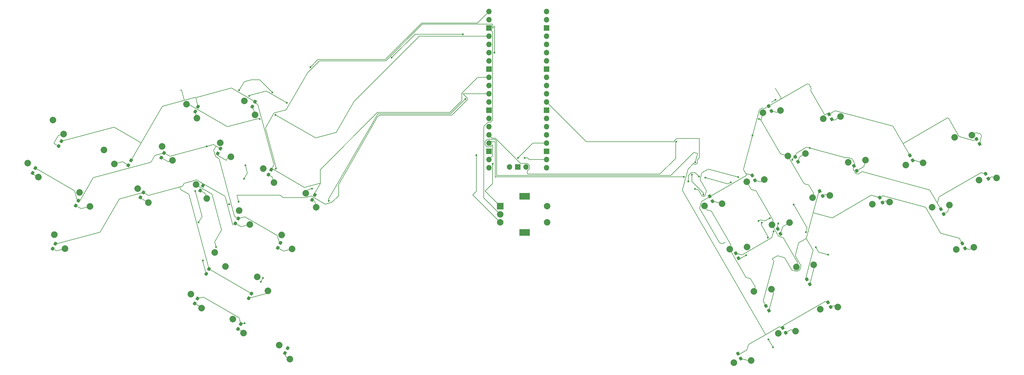
<source format=gbr>
%TF.GenerationSoftware,KiCad,Pcbnew,8.0.8*%
%TF.CreationDate,2025-03-16T10:34:52+05:30*%
%TF.ProjectId,keyboard,6b657962-6f61-4726-942e-6b696361645f,rev?*%
%TF.SameCoordinates,Original*%
%TF.FileFunction,Copper,L2,Bot*%
%TF.FilePolarity,Positive*%
%FSLAX46Y46*%
G04 Gerber Fmt 4.6, Leading zero omitted, Abs format (unit mm)*
G04 Created by KiCad (PCBNEW 8.0.8) date 2025-03-16 10:34:52*
%MOMM*%
%LPD*%
G01*
G04 APERTURE LIST*
G04 Aperture macros list*
%AMRoundRect*
0 Rectangle with rounded corners*
0 $1 Rounding radius*
0 $2 $3 $4 $5 $6 $7 $8 $9 X,Y pos of 4 corners*
0 Add a 4 corners polygon primitive as box body*
4,1,4,$2,$3,$4,$5,$6,$7,$8,$9,$2,$3,0*
0 Add four circle primitives for the rounded corners*
1,1,$1+$1,$2,$3*
1,1,$1+$1,$4,$5*
1,1,$1+$1,$6,$7*
1,1,$1+$1,$8,$9*
0 Add four rect primitives between the rounded corners*
20,1,$1+$1,$2,$3,$4,$5,0*
20,1,$1+$1,$4,$5,$6,$7,0*
20,1,$1+$1,$6,$7,$8,$9,0*
20,1,$1+$1,$8,$9,$2,$3,0*%
G04 Aperture macros list end*
%TA.AperFunction,ComponentPad*%
%ADD10C,2.032000*%
%TD*%
%TA.AperFunction,ComponentPad*%
%ADD11R,2.000000X2.000000*%
%TD*%
%TA.AperFunction,ComponentPad*%
%ADD12C,2.000000*%
%TD*%
%TA.AperFunction,ComponentPad*%
%ADD13R,3.200000X2.000000*%
%TD*%
%TA.AperFunction,ComponentPad*%
%ADD14O,1.700000X1.700000*%
%TD*%
%TA.AperFunction,ComponentPad*%
%ADD15R,1.700000X1.700000*%
%TD*%
%TA.AperFunction,SMDPad,CuDef*%
%ADD16RoundRect,0.237500X-0.061931X0.367732X-0.349431X-0.130232X0.061931X-0.367732X0.349431X0.130232X0*%
%TD*%
%TA.AperFunction,SMDPad,CuDef*%
%ADD17RoundRect,0.237500X-0.349431X0.130232X-0.061931X-0.367732X0.349431X-0.130232X0.061931X0.367732X0*%
%TD*%
%TA.AperFunction,ViaPad*%
%ADD18C,0.600000*%
%TD*%
%TA.AperFunction,Conductor*%
%ADD19C,0.200000*%
%TD*%
G04 APERTURE END LIST*
D10*
%TO.P,SW22,1,1*%
%TO.N,Net-(D22-A)*%
X268012036Y-65334083D03*
%TO.P,SW22,2,2*%
%TO.N,COL9*%
X262631909Y-66015430D03*
%TD*%
D11*
%TO.P,SW42,A,A*%
%TO.N,A*%
X181500000Y-94900000D03*
D12*
%TO.P,SW42,B,B*%
%TO.N,B*%
X181500000Y-99900000D03*
%TO.P,SW42,C,C*%
%TO.N,C*%
X181500000Y-97400000D03*
D13*
%TO.P,SW42,MP*%
%TO.N,N/C*%
X189000000Y-91800000D03*
X189000000Y-103000000D03*
D12*
%TO.P,SW42,S1*%
X196000000Y-99900000D03*
%TO.P,SW42,S2*%
X196000000Y-94900000D03*
%TD*%
D10*
%TO.P,SW14,1,1*%
%TO.N,Net-(D14-A)*%
X96668437Y-113513854D03*
%TO.P,SW14,2,2*%
%TO.N,COL5*%
X93388310Y-109195201D03*
%TD*%
%TO.P,SW18,1,1*%
%TO.N,Net-(D18-A)*%
X265223534Y-120504252D03*
%TO.P,SW18,2,2*%
%TO.N,COL7*%
X259843407Y-121185599D03*
%TD*%
%TO.P,SW32,1,1*%
%TO.N,Net-(D57-A)*%
X89268439Y-126331029D03*
%TO.P,SW32,2,2*%
%TO.N,COL2*%
X85988312Y-122012376D03*
%TD*%
%TO.P,SW15,1,1*%
%TO.N,Net-(D15-A)*%
X109766436Y-121075989D03*
%TO.P,SW15,2,2*%
%TO.N,COL6*%
X106486309Y-116757336D03*
%TD*%
%TO.P,SW29,1,1*%
%TO.N,Net-(D54-A)*%
X320185737Y-94545311D03*
%TO.P,SW29,2,2*%
%TO.N,COL11*%
X314805610Y-95226658D03*
%TD*%
%TO.P,SW27,1,1*%
%TO.N,Net-(D52-A)*%
X301762345Y-93635059D03*
%TO.P,SW27,2,2*%
%TO.N,COL10*%
X296382218Y-94316406D03*
%TD*%
%TO.P,SW11,1,1*%
%TO.N,Net-(D11-A)*%
X47099738Y-107989363D03*
%TO.P,SW11,2,2*%
%TO.N,COL2*%
X43819611Y-103670710D03*
%TD*%
%TO.P,SW20,1,1*%
%TO.N,Net-(D20-A)*%
X270781581Y-99974804D03*
%TO.P,SW20,2,2*%
%TO.N,COL8*%
X265401454Y-100656151D03*
%TD*%
%TO.P,SW30,1,1*%
%TO.N,Net-(D55-A)*%
X327685738Y-107535696D03*
%TO.P,SW30,2,2*%
%TO.N,COL11*%
X322305611Y-108217043D03*
%TD*%
%TO.P,SW12,1,1*%
%TO.N,Net-(D12-A)*%
X72854667Y-93760525D03*
%TO.P,SW12,2,2*%
%TO.N,COL3*%
X69574540Y-89441872D03*
%TD*%
%TO.P,SW25,1,1*%
%TO.N,Net-(D25-A)*%
X286581526Y-67222315D03*
%TO.P,SW25,2,2*%
%TO.N,COL10*%
X281201399Y-67903662D03*
%TD*%
%TO.P,SW21,1,1*%
%TO.N,Net-(D21-A)*%
X278281581Y-112965184D03*
%TO.P,SW21,2,2*%
%TO.N,COL8*%
X272901454Y-113646531D03*
%TD*%
%TO.P,SW7,1,1*%
%TO.N,Net-(D7-A)*%
X80354668Y-80770143D03*
%TO.P,SW7,2,2*%
%TO.N,COL3*%
X77074541Y-76451490D03*
%TD*%
%TO.P,SW24,1,1*%
%TO.N,Net-(D24-A)*%
X283271962Y-91608778D03*
%TO.P,SW24,2,2*%
%TO.N,COL9*%
X277891835Y-92290125D03*
%TD*%
%TO.P,SW13,1,1*%
%TO.N,Net-(D13-A)*%
X90895048Y-92513669D03*
%TO.P,SW13,2,2*%
%TO.N,COL4*%
X87614921Y-88195016D03*
%TD*%
%TO.P,SW9,1,1*%
%TO.N,Net-(D9-A)*%
X104168439Y-100523477D03*
%TO.P,SW9,2,2*%
%TO.N,COL5*%
X100888312Y-96204824D03*
%TD*%
D14*
%TO.P,U1,1,GPIO0*%
%TO.N,COL1*%
X178000000Y-34760000D03*
%TO.P,U1,2,GPIO1*%
%TO.N,COL2*%
X178000000Y-37300000D03*
D15*
%TO.P,U1,3,GND*%
%TO.N,C*%
X178000000Y-39840000D03*
D14*
%TO.P,U1,4,GPIO2*%
%TO.N,COL3*%
X178000000Y-42380000D03*
%TO.P,U1,5,GPIO3*%
%TO.N,COL4*%
X178000000Y-44920000D03*
%TO.P,U1,6,GPIO4*%
%TO.N,COL5*%
X178000000Y-47460000D03*
%TO.P,U1,7,GPIO5*%
%TO.N,COL6*%
X178000000Y-50000000D03*
D15*
%TO.P,U1,8,GND*%
%TO.N,unconnected-(U1-GND-Pad8)*%
X178000000Y-52540000D03*
D14*
%TO.P,U1,9,GPIO6*%
%TO.N,ROW1*%
X178000000Y-55080000D03*
%TO.P,U1,10,GPIO7*%
%TO.N,ROW2*%
X178000000Y-57620000D03*
%TO.P,U1,11,GPIO8*%
%TO.N,ROW3*%
X178000000Y-60160000D03*
%TO.P,U1,12,GPIO9*%
%TO.N,ROW4*%
X178000000Y-62700000D03*
D15*
%TO.P,U1,13,GND*%
%TO.N,unconnected-(U1-GND-Pad13)*%
X178000000Y-65240000D03*
D14*
%TO.P,U1,14,GPIO10*%
%TO.N,COL7*%
X178000000Y-67780000D03*
%TO.P,U1,15,GPIO11*%
%TO.N,COL8*%
X178000000Y-70320000D03*
%TO.P,U1,16,GPIO12*%
%TO.N,COL9*%
X178000000Y-72860000D03*
%TO.P,U1,17,GPIO13*%
%TO.N,COL10*%
X178000000Y-75400000D03*
D15*
%TO.P,U1,18,GND*%
%TO.N,unconnected-(U1-GND-Pad18)*%
X178000000Y-77940000D03*
D14*
%TO.P,U1,19,GPIO14*%
%TO.N,COL11*%
X178000000Y-80480000D03*
%TO.P,U1,20,GPIO15*%
%TO.N,COL12*%
X178000000Y-83020000D03*
%TO.P,U1,21,GPIO16*%
%TO.N,unconnected-(U1-GPIO16-Pad21)*%
X195780000Y-83020000D03*
%TO.P,U1,22,GPIO17*%
%TO.N,B*%
X195780000Y-80480000D03*
D15*
%TO.P,U1,23,GND*%
%TO.N,unconnected-(U1-GND-Pad23)*%
X195780000Y-77940000D03*
D14*
%TO.P,U1,24,GPIO18*%
%TO.N,A*%
X195780000Y-75400000D03*
%TO.P,U1,25,GPIO19*%
%TO.N,ROW5*%
X195780000Y-72860000D03*
%TO.P,U1,26,GPIO20*%
%TO.N,ROW6*%
X195780000Y-70320000D03*
%TO.P,U1,27,GPIO21*%
%TO.N,ROW7*%
X195780000Y-67780000D03*
D15*
%TO.P,U1,28,GND*%
%TO.N,unconnected-(U1-GND-Pad28)*%
X195780000Y-65240000D03*
D14*
%TO.P,U1,29,GPIO22*%
%TO.N,ROW8*%
X195780000Y-62700000D03*
%TO.P,U1,30,RUN*%
%TO.N,unconnected-(U1-RUN-Pad30)*%
X195780000Y-60160000D03*
%TO.P,U1,31,GPIO26_ADC0*%
%TO.N,unconnected-(U1-GPIO26_ADC0-Pad31)*%
X195780000Y-57620000D03*
%TO.P,U1,32,GPIO27_ADC1*%
%TO.N,unconnected-(U1-GPIO27_ADC1-Pad32)*%
X195780000Y-55080000D03*
D15*
%TO.P,U1,33,AGND*%
%TO.N,unconnected-(U1-AGND-Pad33)*%
X195780000Y-52540000D03*
D14*
%TO.P,U1,34,GPIO28_ADC2*%
%TO.N,unconnected-(U1-GPIO28_ADC2-Pad34)*%
X195780000Y-50000000D03*
%TO.P,U1,35,ADC_VREF*%
%TO.N,unconnected-(U1-ADC_VREF-Pad35)*%
X195780000Y-47460000D03*
%TO.P,U1,36,3V3*%
%TO.N,VCC*%
X195780000Y-44920000D03*
%TO.P,U1,37,3V3_EN*%
%TO.N,unconnected-(U1-3V3_EN-Pad37)*%
X195780000Y-42380000D03*
D15*
%TO.P,U1,38,GND*%
%TO.N,GND*%
X195780000Y-39840000D03*
D14*
%TO.P,U1,39,VSYS*%
%TO.N,unconnected-(U1-VSYS-Pad39)*%
X195780000Y-37300000D03*
%TO.P,U1,40,VBUS*%
%TO.N,unconnected-(U1-VBUS-Pad40)*%
X195780000Y-34760000D03*
%TO.P,U1,41,SWCLK*%
%TO.N,unconnected-(U1-SWCLK-Pad41)*%
X184350000Y-82790000D03*
D15*
%TO.P,U1,42,GND*%
%TO.N,unconnected-(U1-GND-Pad42)*%
X186890000Y-82790000D03*
D14*
%TO.P,U1,43,SWDIO*%
%TO.N,unconnected-(U1-SWDIO-Pad43)*%
X189430000Y-82790000D03*
%TD*%
D10*
%TO.P,SW8,1,1*%
%TO.N,Net-(D8-A)*%
X98345049Y-79609891D03*
%TO.P,SW8,2,2*%
%TO.N,COL4*%
X95064922Y-75291238D03*
%TD*%
%TO.P,SW38,1,1*%
%TO.N,Net-(D63-A)*%
X327148653Y-72905441D03*
%TO.P,SW38,2,2*%
%TO.N,COL12*%
X321768526Y-73586788D03*
%TD*%
%TO.P,SW33,1,1*%
%TO.N,Net-(D58-A)*%
X285713913Y-125994635D03*
%TO.P,SW33,2,2*%
%TO.N,COL11*%
X280333786Y-126675982D03*
%TD*%
%TO.P,SW19,1,1*%
%TO.N,Net-(D19-A)*%
X263021656Y-86690487D03*
%TO.P,SW19,2,2*%
%TO.N,COL8*%
X257641529Y-87371834D03*
%TD*%
%TO.P,SW40,1,1*%
%TO.N,Net-(D26-A)*%
X116548241Y-142081030D03*
%TO.P,SW40,2,2*%
%TO.N,COL4*%
X113268114Y-137762377D03*
%TD*%
%TO.P,SW16,1,1*%
%TO.N,Net-(D16-A)*%
X249991275Y-94121209D03*
%TO.P,SW16,2,2*%
%TO.N,COL7*%
X244611148Y-94802556D03*
%TD*%
%TO.P,SW34,1,1*%
%TO.N,Net-(D59-A)*%
X46722886Y-72576513D03*
%TO.P,SW34,2,2*%
%TO.N,COL1*%
X43442759Y-68257860D03*
%TD*%
%TO.P,SW5,1,1*%
%TO.N,Net-(D5-A)*%
X124716440Y-95181831D03*
%TO.P,SW5,2,2*%
%TO.N,COL6*%
X121436313Y-90863178D03*
%TD*%
%TO.P,SW26,1,1*%
%TO.N,Net-(D51-A)*%
X294313784Y-80614977D03*
%TO.P,SW26,2,2*%
%TO.N,COL10*%
X288933657Y-81296324D03*
%TD*%
%TO.P,SW10,1,1*%
%TO.N,Net-(D10-A)*%
X117266436Y-108085612D03*
%TO.P,SW10,2,2*%
%TO.N,COL6*%
X113986309Y-103766959D03*
%TD*%
%TO.P,SW39,1,1*%
%TO.N,Net-(D64-A)*%
X334706846Y-86161547D03*
%TO.P,SW39,2,2*%
%TO.N,COL12*%
X329326719Y-86842894D03*
%TD*%
%TO.P,SW37,1,1*%
%TO.N,Net-(D62-A)*%
X272723535Y-133494634D03*
%TO.P,SW37,2,2*%
%TO.N,COL10*%
X267343408Y-134175981D03*
%TD*%
%TO.P,SW4,1,1*%
%TO.N,Net-(D4-A)*%
X111618440Y-87619698D03*
%TO.P,SW4,2,2*%
%TO.N,COL5*%
X108338313Y-83301045D03*
%TD*%
%TO.P,SW28,1,1*%
%TO.N,Net-(D53-A)*%
X312060467Y-81471931D03*
%TO.P,SW28,2,2*%
%TO.N,COL11*%
X306680340Y-82153278D03*
%TD*%
%TO.P,SW23,1,1*%
%TO.N,Net-(D23-A)*%
X275704294Y-78657467D03*
%TO.P,SW23,2,2*%
%TO.N,COL9*%
X270324167Y-79338814D03*
%TD*%
%TO.P,SW3,1,1*%
%TO.N,Net-(D3-A)*%
X105795049Y-66706111D03*
%TO.P,SW3,2,2*%
%TO.N,COL4*%
X102514922Y-62387458D03*
%TD*%
%TO.P,SW17,1,1*%
%TO.N,Net-(D17-A)*%
X257723533Y-107513873D03*
%TO.P,SW17,2,2*%
%TO.N,COL7*%
X252343406Y-108195220D03*
%TD*%
%TO.P,SW2,1,1*%
%TO.N,Net-(D2-A)*%
X87894669Y-67710484D03*
%TO.P,SW2,2,2*%
%TO.N,COL3*%
X84614542Y-63391831D03*
%TD*%
%TO.P,SW36,1,1*%
%TO.N,Net-(D61-A)*%
X102266437Y-134066373D03*
%TO.P,SW36,2,2*%
%TO.N,COL3*%
X98986310Y-129747720D03*
%TD*%
%TO.P,SW6,1,1*%
%TO.N,Net-(D6-A)*%
X54864286Y-94920780D03*
%TO.P,SW6,2,2*%
%TO.N,COL2*%
X51584159Y-90602127D03*
%TD*%
%TO.P,SW31,1,1*%
%TO.N,Net-(D56-A)*%
X259001781Y-142571594D03*
%TO.P,SW31,2,2*%
%TO.N,COL9*%
X253621654Y-143252941D03*
%TD*%
%TO.P,SW35,1,1*%
%TO.N,Net-(D60-A)*%
X38889319Y-85928571D03*
%TO.P,SW35,2,2*%
%TO.N,COL1*%
X35609192Y-81609918D03*
%TD*%
%TO.P,SW1,1,1*%
%TO.N,Net-(D1-A)*%
X62404289Y-81861118D03*
%TO.P,SW1,2,2*%
%TO.N,COL2*%
X59124162Y-77542465D03*
%TD*%
D16*
%TO.P,D14,1,K*%
%TO.N,ROW3*%
X91604338Y-114285145D03*
%TO.P,D14,2,A*%
%TO.N,Net-(D14-A)*%
X90729340Y-115800685D03*
%TD*%
D17*
%TO.P,D64,1,K*%
%TO.N,ROW6*%
X331355607Y-84892092D03*
%TO.P,D64,2,A*%
%TO.N,Net-(D64-A)*%
X332230605Y-86407638D03*
%TD*%
D16*
%TO.P,D1,1,K*%
%TO.N,ROW1*%
X67563837Y-80722243D03*
%TO.P,D1,2,A*%
%TO.N,Net-(D1-A)*%
X66688839Y-82237783D03*
%TD*%
D17*
%TO.P,D63,1,K*%
%TO.N,ROW5*%
X328594071Y-74108976D03*
%TO.P,D63,2,A*%
%TO.N,Net-(D63-A)*%
X329469069Y-75624522D03*
%TD*%
%TO.P,D21,1,K*%
%TO.N,ROW7*%
X276192553Y-117503153D03*
%TO.P,D21,2,A*%
%TO.N,Net-(D21-A)*%
X277067551Y-119018699D03*
%TD*%
%TO.P,D20,1,K*%
%TO.N,ROW6*%
X267192553Y-101914695D03*
%TO.P,D20,2,A*%
%TO.N,Net-(D20-A)*%
X268067551Y-103430241D03*
%TD*%
%TO.P,D17,1,K*%
%TO.N,ROW6*%
X254202174Y-109414695D03*
%TO.P,D17,2,A*%
%TO.N,Net-(D17-A)*%
X255077172Y-110930241D03*
%TD*%
%TO.P,D62,1,K*%
%TO.N,ROW8*%
X268743124Y-132444092D03*
%TO.P,D62,2,A*%
%TO.N,Net-(D62-A)*%
X269618122Y-133959638D03*
%TD*%
%TO.P,D23,1,K*%
%TO.N,ROW6*%
X272592528Y-79646481D03*
%TO.P,D23,2,A*%
%TO.N,Net-(D23-A)*%
X273467526Y-81162027D03*
%TD*%
%TO.P,D53,1,K*%
%TO.N,ROW5*%
X307973688Y-79235728D03*
%TO.P,D53,2,A*%
%TO.N,Net-(D53-A)*%
X308848686Y-80751274D03*
%TD*%
D16*
%TO.P,D7,1,K*%
%TO.N,ROW2*%
X77723216Y-78407946D03*
%TO.P,D7,2,A*%
%TO.N,Net-(D7-A)*%
X76848218Y-79923486D03*
%TD*%
%TO.P,D61,1,K*%
%TO.N,ROW4*%
X101414271Y-131293840D03*
%TO.P,D61,2,A*%
%TO.N,Net-(D61-A)*%
X100539273Y-132809380D03*
%TD*%
%TO.P,D12,1,K*%
%TO.N,ROW3*%
X71314200Y-90677213D03*
%TO.P,D12,2,A*%
%TO.N,Net-(D12-A)*%
X70439202Y-92192753D03*
%TD*%
D17*
%TO.P,D56,1,K*%
%TO.N,ROW8*%
X254886720Y-140444091D03*
%TO.P,D56,2,A*%
%TO.N,Net-(D56-A)*%
X255761718Y-141959637D03*
%TD*%
D16*
%TO.P,D10,1,K*%
%TO.N,ROW2*%
X113702336Y-106258813D03*
%TO.P,D10,2,A*%
%TO.N,Net-(D10-A)*%
X112827338Y-107774353D03*
%TD*%
%TO.P,D26,1,K*%
%TO.N,ROW4*%
X115876716Y-138755916D03*
%TO.P,D26,2,A*%
%TO.N,Net-(D26-A)*%
X115001718Y-140271456D03*
%TD*%
%TO.P,D3,1,K*%
%TO.N,ROW1*%
X105792561Y-62591415D03*
%TO.P,D3,2,A*%
%TO.N,Net-(D3-A)*%
X104917563Y-64106955D03*
%TD*%
%TO.P,D9,1,K*%
%TO.N,ROW2*%
X100604340Y-98696685D03*
%TO.P,D9,2,A*%
%TO.N,Net-(D9-A)*%
X99729342Y-100212225D03*
%TD*%
%TO.P,D60,1,K*%
%TO.N,ROW2*%
X37998262Y-83133585D03*
%TO.P,D60,2,A*%
%TO.N,Net-(D60-A)*%
X37123264Y-84649125D03*
%TD*%
D17*
%TO.P,D22,1,K*%
%TO.N,ROW5*%
X264366066Y-63983618D03*
%TO.P,D22,2,A*%
%TO.N,Net-(D22-A)*%
X265241064Y-65499164D03*
%TD*%
D16*
%TO.P,D15,1,K*%
%TO.N,ROW3*%
X104702338Y-121847270D03*
%TO.P,D15,2,A*%
%TO.N,Net-(D15-A)*%
X103827340Y-123362810D03*
%TD*%
%TO.P,D2,1,K*%
%TO.N,ROW1*%
X88233802Y-64107861D03*
%TO.P,D2,2,A*%
%TO.N,Net-(D2-A)*%
X87358804Y-65623401D03*
%TD*%
%TO.P,D5,1,K*%
%TO.N,ROW1*%
X124262457Y-91411801D03*
%TO.P,D5,2,A*%
%TO.N,Net-(D5-A)*%
X123387459Y-92927341D03*
%TD*%
%TO.P,D6,1,K*%
%TO.N,ROW2*%
X51265183Y-93154608D03*
%TO.P,D6,2,A*%
%TO.N,Net-(D6-A)*%
X50390185Y-94670148D03*
%TD*%
D17*
%TO.P,D24,1,K*%
%TO.N,ROW7*%
X280152415Y-90205559D03*
%TO.P,D24,2,A*%
%TO.N,Net-(D24-A)*%
X281027413Y-91721105D03*
%TD*%
%TO.P,D16,1,K*%
%TO.N,ROW5*%
X246167654Y-91839706D03*
%TO.P,D16,2,A*%
%TO.N,Net-(D16-A)*%
X247042652Y-93355252D03*
%TD*%
D16*
%TO.P,D59,1,K*%
%TO.N,ROW1*%
X46038041Y-74842707D03*
%TO.P,D59,2,A*%
%TO.N,Net-(D59-A)*%
X45163043Y-76358247D03*
%TD*%
%TO.P,D57,1,K*%
%TO.N,ROW4*%
X88053378Y-123435583D03*
%TO.P,D57,2,A*%
%TO.N,Net-(D57-A)*%
X87178380Y-124951123D03*
%TD*%
%TO.P,D11,1,K*%
%TO.N,ROW3*%
X44158194Y-106464270D03*
%TO.P,D11,2,A*%
%TO.N,Net-(D11-A)*%
X43283196Y-107979810D03*
%TD*%
D17*
%TO.P,D58,1,K*%
%TO.N,ROW8*%
X282662031Y-124552345D03*
%TO.P,D58,2,A*%
%TO.N,Net-(D58-A)*%
X283537029Y-126067891D03*
%TD*%
D16*
%TO.P,D13,1,K*%
%TO.N,ROW3*%
X89746970Y-88502195D03*
%TO.P,D13,2,A*%
%TO.N,Net-(D13-A)*%
X88871972Y-90017735D03*
%TD*%
D17*
%TO.P,D18,1,K*%
%TO.N,ROW7*%
X263577172Y-125652676D03*
%TO.P,D18,2,A*%
%TO.N,Net-(D18-A)*%
X264452170Y-127168222D03*
%TD*%
%TO.P,D55,1,K*%
%TO.N,ROW7*%
X324133173Y-106382473D03*
%TO.P,D55,2,A*%
%TO.N,Net-(D55-A)*%
X325008171Y-107898019D03*
%TD*%
%TO.P,D25,1,K*%
%TO.N,ROW5*%
X282979351Y-66503981D03*
%TO.P,D25,2,A*%
%TO.N,Net-(D25-A)*%
X283854349Y-68019527D03*
%TD*%
%TO.P,D19,1,K*%
%TO.N,ROW5*%
X259281904Y-85397396D03*
%TO.P,D19,2,A*%
%TO.N,Net-(D19-A)*%
X260156902Y-86912942D03*
%TD*%
%TO.P,D51,1,K*%
%TO.N,ROW6*%
X290729925Y-82407550D03*
%TO.P,D51,2,A*%
%TO.N,Net-(D51-A)*%
X291604923Y-83923096D03*
%TD*%
%TO.P,D52,1,K*%
%TO.N,ROW7*%
X298642795Y-92231836D03*
%TO.P,D52,2,A*%
%TO.N,Net-(D52-A)*%
X299517793Y-93747382D03*
%TD*%
D16*
%TO.P,D8,1,K*%
%TO.N,ROW2*%
X95155947Y-77133581D03*
%TO.P,D8,2,A*%
%TO.N,Net-(D8-A)*%
X94280949Y-78649121D03*
%TD*%
D17*
%TO.P,D54,1,K*%
%TO.N,ROW6*%
X317536188Y-95798460D03*
%TO.P,D54,2,A*%
%TO.N,Net-(D54-A)*%
X318411186Y-97314006D03*
%TD*%
D16*
%TO.P,D4,1,K*%
%TO.N,ROW1*%
X110790263Y-83633630D03*
%TO.P,D4,2,A*%
%TO.N,Net-(D4-A)*%
X109915265Y-85149170D03*
%TD*%
D18*
%TO.N,ROW3*%
X100745177Y-93489550D03*
X97845656Y-94266476D03*
%TO.N,ROW4*%
X115876719Y-138755916D03*
X102549837Y-130999057D03*
X108266128Y-117092090D03*
X128541055Y-93288601D03*
X101414271Y-131293837D03*
X170735735Y-61735735D03*
X107608129Y-118231783D03*
%TO.N,COL1*%
X122909880Y-51909880D03*
%TO.N,Net-(D14-A)*%
X89707964Y-111663955D03*
%TO.N,Net-(D17-A)*%
X257470575Y-110002726D03*
%TO.N,A*%
X187000000Y-80000000D03*
X179180812Y-81795080D03*
%TO.N,B*%
X174090000Y-79090000D03*
X189000000Y-80000000D03*
%TO.N,COL2*%
X87339965Y-90208478D03*
X88373777Y-99910286D03*
%TO.N,COL3*%
X107258327Y-67933001D03*
X112083149Y-66640198D03*
%TO.N,COL4*%
X115640804Y-62978736D03*
X93761139Y-107472082D03*
X103990466Y-60858144D03*
%TO.N,COL5*%
X102805747Y-82244610D03*
X102440496Y-86384404D03*
X179750000Y-47460000D03*
X112264406Y-83296814D03*
%TO.N,COL6*%
X123383252Y-89494245D03*
%TO.N,ROW2*%
X170000000Y-41780000D03*
X111170372Y-59704907D03*
X100928606Y-59090378D03*
X148000000Y-49000000D03*
X90889915Y-76411148D03*
%TO.N,ROW5*%
X259397976Y-73000000D03*
%TO.N,ROW6*%
X267192554Y-101914698D03*
X265874577Y-102675631D03*
X254202174Y-109414696D03*
X277063255Y-76943155D03*
X267337884Y-100223349D03*
X271707963Y-80535617D03*
%TO.N,ROW7*%
X280152415Y-90205561D03*
X266521817Y-62060638D03*
%TO.N,COL8*%
X254987023Y-85922408D03*
X241584181Y-89578061D03*
%TO.N,COL9*%
X261369012Y-67962210D03*
X235852119Y-75000000D03*
%TO.N,COL10*%
X242839222Y-85688970D03*
X252664119Y-87526226D03*
X238224312Y-85792155D03*
X264166621Y-104620720D03*
X239552186Y-87258543D03*
X244823057Y-86089270D03*
X262307032Y-99985601D03*
%TO.N,COL11*%
X272104990Y-94328747D03*
X278917240Y-107542122D03*
X241689737Y-81324134D03*
X282718429Y-109895732D03*
X240657174Y-85177713D03*
X244228564Y-91300194D03*
X261285081Y-99415534D03*
X275911098Y-102895332D03*
X264697757Y-98605317D03*
%TO.N,COL12*%
X265745928Y-138498506D03*
X264331715Y-136049015D03*
%TD*%
D19*
%TO.N,Net-(D1-A)*%
X64885084Y-81196391D02*
X66688839Y-82237791D01*
X62404289Y-81861118D02*
X64885084Y-81196391D01*
%TO.N,Net-(D2-A)*%
X87342843Y-65651041D02*
X87894669Y-67710484D01*
X87358802Y-65623399D02*
X87342843Y-65651041D01*
%TO.N,ROW3*%
X144271060Y-66728940D02*
X143604839Y-67395161D01*
X131587978Y-88208982D02*
X131587978Y-91621381D01*
X170008529Y-60160000D02*
X171335735Y-61487206D01*
X100201854Y-91461845D02*
X100745177Y-93489550D01*
X58003061Y-102886059D02*
X44313768Y-106554094D01*
X89558100Y-87797324D02*
X88717368Y-87311928D01*
X82789204Y-89706479D02*
X85426499Y-91229121D01*
X91604341Y-114285139D02*
X104702338Y-121847270D01*
X96536777Y-91826465D02*
X88717368Y-87311928D01*
X171335735Y-61984264D02*
X166591059Y-66728940D01*
X44313768Y-106554094D02*
X44158199Y-106464271D01*
X121250387Y-92275421D02*
X114413057Y-92275421D01*
X72869050Y-91574900D02*
X71314199Y-90677211D01*
X178000000Y-60160000D02*
X170008529Y-60160000D01*
X123202371Y-91752387D02*
X121250387Y-92275421D01*
X127511963Y-94240532D02*
X123202371Y-91752387D01*
X143604839Y-67395161D02*
X131587978Y-88208982D01*
X166591059Y-66728940D02*
X144271060Y-66728940D01*
X114413057Y-92275421D02*
X113599481Y-91461845D01*
X171335735Y-61487206D02*
X171335735Y-61984264D01*
X129502077Y-93707282D02*
X127511963Y-94240532D01*
X63905750Y-92662297D02*
X58003061Y-102886059D01*
X104702338Y-121847270D02*
X104702338Y-121847270D01*
X83868933Y-87836323D02*
X83328557Y-88772284D01*
X71314199Y-90677211D02*
X63905750Y-92662297D01*
X85426499Y-91229121D02*
X91604341Y-114285139D01*
X89746970Y-88502195D02*
X89558100Y-87797324D01*
X88717368Y-87311928D02*
X87800844Y-86782776D01*
X131587978Y-91621381D02*
X129502077Y-93707282D01*
X98912652Y-100693341D02*
X97234461Y-94430247D01*
X83328557Y-88772284D02*
X82591785Y-88969701D01*
X113599481Y-91461845D02*
X100201854Y-91461845D01*
X97234461Y-94430247D02*
X97845656Y-94266476D01*
X97234461Y-94430247D02*
X96536777Y-91826465D01*
X87800844Y-86782776D02*
X83868933Y-87836323D01*
X82591785Y-88969701D02*
X82789204Y-89706479D01*
X82591785Y-88969701D02*
X72869050Y-91574900D01*
%TO.N,Net-(D3-A)*%
X105131741Y-64230608D02*
X104917564Y-64106955D01*
X105795050Y-66706111D02*
X105131741Y-64230608D01*
%TO.N,ROW4*%
X102538604Y-130992578D02*
X102549837Y-130999057D01*
X128430848Y-92877293D02*
X128541055Y-93288601D01*
X89851066Y-122953895D02*
X100886828Y-129325396D01*
X101414271Y-131293837D02*
X102538604Y-130992578D01*
X108266128Y-117092090D02*
X107608129Y-118231783D01*
X143758542Y-66328940D02*
X128430848Y-92877293D01*
X143758542Y-66328940D02*
X166142530Y-66328940D01*
X100886828Y-129325396D02*
X101414271Y-131293837D01*
X166142530Y-66328940D02*
X170735735Y-61735735D01*
X88053377Y-123435584D02*
X89851066Y-122953895D01*
%TO.N,Net-(D4-A)*%
X111618436Y-87619696D02*
X111147019Y-85860321D01*
X111147019Y-85860321D02*
X109915262Y-85149165D01*
%TO.N,COL1*%
X174470000Y-38290000D02*
X157295785Y-38290000D01*
X125219760Y-49600000D02*
X122909880Y-51909880D01*
X157295785Y-38290000D02*
X145985785Y-49600000D01*
X145985785Y-49600000D02*
X125219760Y-49600000D01*
X178000000Y-34760000D02*
X174470000Y-38290000D01*
%TO.N,Net-(D5-A)*%
X124716440Y-95181829D02*
X124245012Y-93422453D01*
X124245012Y-93422453D02*
X123387458Y-92927344D01*
%TO.N,Net-(D6-A)*%
X52104916Y-95660151D02*
X50390187Y-94670151D01*
X54864286Y-94920780D02*
X52104916Y-95660151D01*
%TO.N,Net-(D7-A)*%
X80354668Y-80770142D02*
X78961320Y-81143487D01*
X78961320Y-81143487D02*
X76848214Y-79923488D01*
%TO.N,Net-(D8-A)*%
X96949923Y-80735746D02*
X97463565Y-79846082D01*
X94453925Y-79294680D02*
X96949923Y-80735746D01*
X97463565Y-79846082D02*
X98345044Y-79609890D01*
X94280947Y-78649118D02*
X94453925Y-79294680D01*
%TO.N,Net-(D9-A)*%
X101504691Y-101237225D02*
X99729337Y-100212228D01*
X104168439Y-100523477D02*
X101504691Y-101237225D01*
%TO.N,Net-(D10-A)*%
X114602688Y-108799362D02*
X112827340Y-107774360D01*
X117266436Y-108085610D02*
X114602688Y-108799362D01*
%TO.N,Net-(D11-A)*%
X47099741Y-107989366D02*
X44504288Y-108684815D01*
X44504288Y-108684815D02*
X43283196Y-107979816D01*
%TO.N,Net-(D12-A)*%
X72854669Y-93760528D02*
X70494111Y-92397657D01*
X70494111Y-92397657D02*
X70439201Y-92192752D01*
%TO.N,Net-(D13-A)*%
X90895048Y-92513669D02*
X90474117Y-90942738D01*
X90474117Y-90942738D02*
X88871973Y-90017739D01*
%TO.N,Net-(D14-A)*%
X89648503Y-111766945D02*
X89707964Y-111663955D01*
X90729339Y-115800685D02*
X89648503Y-111766945D01*
%TO.N,Net-(D15-A)*%
X109291441Y-121898715D02*
X109766435Y-121075990D01*
X103827335Y-123362813D02*
X109291441Y-121898715D01*
%TO.N,Net-(D16-A)*%
X249991275Y-94121209D02*
X247225071Y-93380008D01*
%TO.N,Net-(D17-A)*%
X255614636Y-111074253D02*
X257470575Y-110002726D01*
X255077174Y-110930240D02*
X255614636Y-111074253D01*
%TO.N,Net-(D18-A)*%
X264452170Y-127168220D02*
X265916274Y-121704113D01*
X265916274Y-121704113D02*
X265223535Y-120504254D01*
%TO.N,Net-(D19-A)*%
X261850401Y-87366713D02*
X263021657Y-86690488D01*
X260156903Y-86912941D02*
X261850401Y-87366713D01*
%TO.N,Net-(D20-A)*%
X268666181Y-101196132D02*
X270781581Y-99974804D01*
X268067554Y-103430242D02*
X268666181Y-101196132D01*
%TO.N,Net-(D21-A)*%
X278560254Y-113447858D02*
X277067554Y-119018699D01*
X278281582Y-112965184D02*
X278560254Y-113447858D01*
%TO.N,Net-(D22-A)*%
X266938381Y-65953957D02*
X268012035Y-65334082D01*
X265241065Y-65499163D02*
X266938381Y-65953957D01*
%TO.N,Net-(D23-A)*%
X275704294Y-78657466D02*
X273852083Y-79726840D01*
X273852083Y-79726840D02*
X273467526Y-81162026D01*
%TO.N,Net-(D24-A)*%
X283271961Y-91608777D02*
X281871790Y-91233605D01*
X281871790Y-91233605D02*
X281027415Y-91721104D01*
%TO.N,Net-(D25-A)*%
X284773939Y-68265927D02*
X286581528Y-67222315D01*
X283854350Y-68019525D02*
X284773939Y-68265927D01*
%TO.N,Net-(D51-A)*%
X293760909Y-82678336D02*
X291604924Y-83923094D01*
X294313784Y-80614976D02*
X293760909Y-82678336D01*
%TO.N,Net-(D52-A)*%
X300362166Y-93259883D02*
X299517793Y-93747382D01*
X301762345Y-93635060D02*
X300362166Y-93259883D01*
%TO.N,Net-(D53-A)*%
X309014232Y-80655697D02*
X308848688Y-80751274D01*
X312060468Y-81471931D02*
X309014232Y-80655697D01*
%TO.N,Net-(D54-A)*%
X320185736Y-94545312D02*
X319632860Y-96608674D01*
X319632860Y-96608674D02*
X318411190Y-97314005D01*
%TO.N,Net-(D55-A)*%
X326408353Y-108273194D02*
X327685738Y-107535697D01*
X325008172Y-107898018D02*
X326408353Y-108273194D01*
%TO.N,Net-(D56-A)*%
X258698675Y-142746590D02*
X259001780Y-142571592D01*
X255761718Y-141959635D02*
X258698675Y-142746590D01*
%TO.N,Net-(D57-A)*%
X89213536Y-126126130D02*
X89268439Y-126331029D01*
X87178379Y-124951125D02*
X89213536Y-126126130D01*
%TO.N,Net-(D58-A)*%
X284313736Y-125619460D02*
X283537030Y-126067891D01*
X285713913Y-125994634D02*
X284313736Y-125619460D01*
%TO.N,Net-(D59-A)*%
X45066079Y-73020455D02*
X43736068Y-75324107D01*
X43736068Y-75324107D02*
X43802722Y-75572867D01*
X46722886Y-72576513D02*
X45066079Y-73020455D01*
X43802722Y-75572867D02*
X45163040Y-76358247D01*
%TO.N,ROW1*%
X77210791Y-64013230D02*
X83976332Y-62200411D01*
X87578040Y-61338892D02*
X98537042Y-58402433D01*
X143592857Y-65928940D02*
X165976844Y-65928940D01*
X125923261Y-87923261D02*
X124150463Y-90993830D01*
X70661873Y-75356289D02*
X62248846Y-70499029D01*
X106691116Y-63497921D02*
X111675581Y-82100203D01*
X62248846Y-70499029D02*
X46038037Y-74842700D01*
X70661873Y-75356289D02*
X77210791Y-64013230D01*
X83107498Y-58957878D02*
X82677334Y-59073143D01*
X165976844Y-65928940D02*
X169608529Y-62297255D01*
X83976332Y-62200411D02*
X87330664Y-61301622D01*
X105915468Y-63050105D02*
X106691116Y-63497921D01*
X125923261Y-83598536D02*
X143592857Y-65928940D01*
X169608529Y-62297255D02*
X169608529Y-59994314D01*
X83107498Y-58957878D02*
X83976332Y-62200411D01*
X174522843Y-55080000D02*
X178000000Y-55080000D01*
X105792562Y-62591411D02*
X105915468Y-63050105D01*
X125923261Y-87923261D02*
X125923261Y-83598536D01*
X70661873Y-75356289D02*
X67563836Y-80722246D01*
X98537042Y-58402433D02*
X105792562Y-62591411D01*
X169608529Y-59994314D02*
X174522843Y-55080000D01*
X87532336Y-61418057D02*
X87578040Y-61338892D01*
X124150463Y-90993830D02*
X124262458Y-91411800D01*
X110790260Y-83633624D02*
X111375955Y-83476686D01*
X121076218Y-89077140D02*
X126022216Y-87751866D01*
X87532336Y-61418057D02*
X87519177Y-61440841D01*
X111375955Y-83476686D02*
X121076218Y-89077140D01*
X111675581Y-82100203D02*
X110790260Y-83633624D01*
X87330664Y-61301622D02*
X87532336Y-61418057D01*
X87519177Y-61440841D02*
X88233801Y-64107854D01*
X126022216Y-87751866D02*
X125923261Y-87923261D01*
%TO.N,Net-(D60-A)*%
X38889319Y-85928571D02*
X37205619Y-84956483D01*
X37205619Y-84956483D02*
X37123265Y-84649131D01*
%TO.N,Net-(D61-A)*%
X100539274Y-132809382D02*
X102184083Y-133759013D01*
X102184083Y-133759013D02*
X102266437Y-134066373D01*
%TO.N,Net-(D62-A)*%
X272723535Y-133494632D02*
X271152603Y-133073703D01*
X271152603Y-133073703D02*
X269618122Y-133959638D01*
%TO.N,Net-(D63-A)*%
X329743735Y-72548951D02*
X330119002Y-73198935D01*
X328392993Y-72187021D02*
X329743735Y-72548951D01*
X330119002Y-73198935D02*
X329469069Y-75624521D01*
X327148653Y-72905440D02*
X328392993Y-72187021D01*
%TO.N,Net-(D64-A)*%
X334706847Y-86161545D02*
X333306671Y-85786370D01*
X333306671Y-85786370D02*
X332230607Y-86407636D01*
%TO.N,A*%
X187000000Y-80000000D02*
X191600000Y-75400000D01*
X176850000Y-90250000D02*
X179150000Y-87950000D01*
X191600000Y-75400000D02*
X195780000Y-75400000D01*
X179150000Y-81825892D02*
X179180812Y-81795080D01*
X179150000Y-87950000D02*
X179150000Y-81825892D01*
X181500000Y-94900000D02*
X176850000Y-90250000D01*
%TO.N,B*%
X173000000Y-91400000D02*
X174090000Y-90310000D01*
X181500000Y-99900000D02*
X173000000Y-91400000D01*
X190000000Y-80000000D02*
X190480000Y-80480000D01*
X189000000Y-80000000D02*
X190000000Y-80000000D01*
X174090000Y-90310000D02*
X174090000Y-79090000D01*
X190480000Y-80480000D02*
X195780000Y-80480000D01*
%TO.N,COL2*%
X87339965Y-90208478D02*
X89443227Y-98057947D01*
X89443227Y-98057947D02*
X88373777Y-99910286D01*
%TO.N,COL3*%
X85044201Y-63276704D02*
X97290755Y-70347255D01*
X124495746Y-73806615D02*
X130850421Y-72103885D01*
X84614541Y-63391827D02*
X85044201Y-63276704D01*
X106954819Y-67757773D02*
X107258327Y-67933001D01*
X136385466Y-62516905D02*
X156522371Y-42380000D01*
X130850421Y-72103885D02*
X136385466Y-62516905D01*
X97290755Y-70347255D02*
X106954819Y-67757773D01*
X156522371Y-42380000D02*
X178000000Y-42380000D01*
X112083149Y-66640198D02*
X124495746Y-73806615D01*
%TO.N,COL4*%
X87660672Y-88365766D02*
X87614918Y-88195013D01*
X92495374Y-91157083D02*
X87660672Y-88365766D01*
X104075796Y-60710356D02*
X103990466Y-60858144D01*
X115640804Y-62978736D02*
X109291320Y-59312856D01*
X109291320Y-59312856D02*
X104075796Y-60710356D01*
X95457059Y-102210236D02*
X92495374Y-91157083D01*
X93761139Y-107472082D02*
X93335741Y-105884466D01*
X93335741Y-105884466D02*
X95457059Y-102210236D01*
%TO.N,COL5*%
X146151471Y-50000000D02*
X157461471Y-38690000D01*
X179150000Y-39890000D02*
X179750000Y-39290000D01*
X102805747Y-82244610D02*
X103447601Y-84640042D01*
X115405192Y-65128895D02*
X122051996Y-53616293D01*
X112264406Y-83296814D02*
X112364071Y-83124191D01*
X112364071Y-83124191D02*
X109038627Y-70713465D01*
X157461471Y-38690000D02*
X179150000Y-38690000D01*
X109038627Y-70713465D02*
X111687798Y-66124967D01*
X179150000Y-38690000D02*
X179150000Y-39890000D01*
X111687798Y-66124967D02*
X115405192Y-65128895D01*
X122051996Y-53616293D02*
X125668289Y-50000000D01*
X103447601Y-84640042D02*
X102440496Y-86384404D01*
X125668289Y-50000000D02*
X146151471Y-50000000D01*
X179750000Y-39290000D02*
X179750000Y-47460000D01*
%TO.N,COL6*%
X123383252Y-89494245D02*
X122014992Y-89860875D01*
X122014992Y-89860875D02*
X121436313Y-90863177D01*
%TO.N,C*%
X179150000Y-68256346D02*
X179150000Y-40990000D01*
X181500000Y-97400000D02*
X176450000Y-92350000D01*
X176450000Y-92350000D02*
X176450000Y-70243654D01*
X176450000Y-70243654D02*
X177763654Y-68930000D01*
X179150000Y-40990000D02*
X178000000Y-39840000D01*
X177763654Y-68930000D02*
X178476346Y-68930000D01*
X178476346Y-68930000D02*
X179150000Y-68256346D01*
%TO.N,ROW2*%
X50091352Y-90115534D02*
X50839872Y-92909054D01*
X93581493Y-79567761D02*
X93051263Y-77588922D01*
X77723218Y-78407947D02*
X79534656Y-79453783D01*
X79534656Y-79453783D02*
X90889915Y-76411148D01*
X104676761Y-55808014D02*
X102484542Y-56395417D01*
X99479953Y-98047521D02*
X94701599Y-80214456D01*
X74874914Y-79171147D02*
X77723218Y-78407947D01*
X100604341Y-98696685D02*
X102675240Y-98141790D01*
X92949029Y-75859413D02*
X93774608Y-76336059D01*
X93051263Y-77588922D02*
X93774608Y-76336059D01*
X51850875Y-92997671D02*
X55838614Y-86090706D01*
X94701599Y-80214456D02*
X93581493Y-79567761D01*
X55838614Y-86090706D02*
X73632653Y-81322806D01*
X155220000Y-41780000D02*
X170000000Y-41780000D01*
X148000000Y-49000000D02*
X155220000Y-41780000D01*
X113216405Y-105978259D02*
X113702337Y-106258813D01*
X73632653Y-81322806D02*
X74874914Y-79171147D01*
X100604341Y-98696685D02*
X99479953Y-98047521D01*
X90889915Y-76411148D02*
X92949029Y-75859413D01*
X102675240Y-98141790D02*
X112661508Y-103907363D01*
X107273479Y-55808014D02*
X104676761Y-55808014D01*
X111170372Y-59704907D02*
X107273479Y-55808014D01*
X51265185Y-93154609D02*
X51850875Y-92997671D01*
X112661508Y-103907363D02*
X113216405Y-105978259D01*
X37998264Y-83133583D02*
X50091352Y-90115534D01*
X102484542Y-56395417D02*
X100928606Y-59090378D01*
X50839872Y-92909054D02*
X51265185Y-93154609D01*
X93774608Y-76336059D02*
X95155949Y-77133578D01*
%TO.N,ROW5*%
X281636873Y-66657924D02*
X281763983Y-66691983D01*
X257304125Y-84787432D02*
X257567556Y-85243709D01*
X259397976Y-73000000D02*
X261501834Y-65148293D01*
X268157882Y-61457695D02*
X268046563Y-61873146D01*
X281763983Y-66691983D02*
X282371647Y-66341149D01*
X328594072Y-74108976D02*
X327715831Y-74616028D01*
X282979351Y-66503982D02*
X284883161Y-65404817D01*
X276341917Y-57083821D02*
X276794071Y-57204975D01*
X276794071Y-57204975D02*
X277501179Y-58429719D01*
X327715831Y-74616028D02*
X323180768Y-73400863D01*
X263057938Y-64753330D02*
X268046563Y-61873146D01*
X302752858Y-70192989D02*
X305841983Y-75543508D01*
X257521804Y-85414462D02*
X243612475Y-93445015D01*
X319901020Y-67720171D02*
X319553626Y-67627087D01*
X284883161Y-65404817D02*
X302752858Y-70192989D01*
X249219098Y-106185560D02*
X250180057Y-106443047D01*
X319553626Y-67627087D02*
X305841983Y-75543508D01*
X261501834Y-65148293D02*
X262462344Y-64593743D01*
X259227248Y-85302732D02*
X257304125Y-84787432D01*
X262462344Y-64593743D02*
X263057938Y-64753330D01*
X323180768Y-73400863D02*
X319901020Y-67720171D01*
X266422373Y-58451706D02*
X268157882Y-61457695D01*
X243058022Y-95514265D02*
X249219098Y-106185560D01*
X257304125Y-84787432D02*
X256577002Y-83528018D01*
X256577002Y-83528018D02*
X259397976Y-73000000D01*
X243612475Y-93445015D02*
X243058022Y-95514265D01*
X305841983Y-75543508D02*
X307973688Y-79235730D01*
X282371647Y-66341149D02*
X282979351Y-66503982D01*
X250180057Y-106443047D02*
X251041629Y-105945619D01*
X268046563Y-61873146D02*
X276341917Y-57083821D01*
X259281904Y-85397398D02*
X259227248Y-85302732D01*
X277306275Y-59157107D02*
X281636873Y-66657924D01*
X277501179Y-58429719D02*
X277306275Y-59157107D01*
X257567556Y-85243709D02*
X257521804Y-85414462D01*
%TO.N,ROW6*%
X265350971Y-104629757D02*
X265874577Y-102675631D01*
X316448587Y-93914679D02*
X316966225Y-91982829D01*
X293221859Y-84244528D02*
X291970908Y-84966764D01*
X288302211Y-79954622D02*
X288526888Y-79824906D01*
X267337884Y-100223349D02*
X266982279Y-101550491D01*
X256156296Y-109938303D02*
X265350971Y-104629757D01*
X272592527Y-79646483D02*
X271827921Y-80087929D01*
X291192114Y-84758089D02*
X290446254Y-83466222D01*
X272901416Y-78493696D02*
X272592527Y-79646483D01*
X329915905Y-84506327D02*
X331355608Y-84892093D01*
X277063255Y-76943155D02*
X288302211Y-79954622D01*
X271827921Y-80087929D02*
X271707963Y-80535617D01*
X316966225Y-91982829D02*
X329915905Y-84506327D01*
X314094536Y-89837344D02*
X293221859Y-84244528D01*
X288526888Y-79824906D02*
X290096517Y-80245488D01*
X291970908Y-84966764D02*
X291192114Y-84758089D01*
X266982279Y-101550491D02*
X267192554Y-101914698D01*
X290924828Y-81680164D02*
X290729925Y-82407550D01*
X276054975Y-76672988D02*
X272901416Y-78493696D01*
X290096517Y-80245488D02*
X290924828Y-81680164D01*
X290446254Y-83466222D02*
X290729925Y-82407550D01*
X317536190Y-95798462D02*
X316448587Y-93914679D01*
X277063255Y-76943155D02*
X276054975Y-76672988D01*
X254202174Y-109414696D02*
X256156296Y-109938303D01*
X316448587Y-93914679D02*
X314094536Y-89837344D01*
%TO.N,ROW7*%
X299583387Y-91688787D02*
X312851583Y-95243989D01*
X265968064Y-111992889D02*
X265456801Y-111107353D01*
X272559924Y-110222985D02*
X273622969Y-106255649D01*
X262710268Y-124151155D02*
X265968064Y-111992889D01*
X274350299Y-113324005D02*
X272559924Y-110222985D01*
X323221509Y-104803426D02*
X324133174Y-106382473D01*
X273622969Y-106255649D02*
X275999525Y-104883545D01*
X280152415Y-90205560D02*
X279892227Y-90355780D01*
X296014425Y-91527571D02*
X283985575Y-98472429D01*
X269279718Y-110775298D02*
X271508536Y-114635724D01*
X298642793Y-92231838D02*
X296014425Y-91527571D01*
X275999525Y-104883545D02*
X278106689Y-108533262D01*
X283985575Y-98472429D02*
X278137267Y-96905379D01*
X267061440Y-110180913D02*
X269279718Y-110775298D01*
X273087381Y-115058775D02*
X274031529Y-114513671D01*
X298642793Y-92231838D02*
X299583387Y-91688787D01*
X266521817Y-62060638D02*
X265255277Y-62791874D01*
X279892227Y-90355780D02*
X278137267Y-96905379D01*
X263577172Y-125652679D02*
X262710268Y-124151155D01*
X274031529Y-114513671D02*
X274350299Y-113324005D01*
X271508536Y-114635724D02*
X273087381Y-115058775D01*
X312851583Y-95243989D02*
X317482974Y-103265791D01*
X278106689Y-108533262D02*
X275858328Y-116924259D01*
X265456801Y-111107353D02*
X267061440Y-110180913D01*
X278137267Y-96905379D02*
X275999525Y-104883545D01*
X317482974Y-103265791D02*
X323221509Y-104803426D01*
X275858328Y-116924259D02*
X276192554Y-117503155D01*
%TO.N,ROW8*%
X242337680Y-80584034D02*
X243000000Y-79921714D01*
X239473549Y-83448165D02*
X241219394Y-81702320D01*
X263474040Y-134563479D02*
X237726647Y-89967688D01*
X281786405Y-124317725D02*
X282662031Y-124552348D01*
X263474040Y-134563479D02*
X258140706Y-137642681D01*
X236052119Y-73947881D02*
X235252119Y-74747881D01*
X243000000Y-74000000D02*
X242947881Y-73947881D01*
X237726647Y-89967688D02*
X239473549Y-83448165D01*
X241441208Y-81924134D02*
X241938266Y-81924134D01*
X242947881Y-73947881D02*
X236052119Y-73947881D01*
X208080000Y-75000000D02*
X195780000Y-62700000D01*
X267651534Y-132151602D02*
X263474040Y-134563479D01*
X257707379Y-139259885D02*
X255412331Y-140584929D01*
X242337680Y-81524720D02*
X242337680Y-80584034D01*
X258140706Y-137642681D02*
X257707379Y-139259885D01*
X241938266Y-81924134D02*
X242337680Y-81524720D01*
X268743124Y-132444095D02*
X268931992Y-131739224D01*
X255412331Y-140584929D02*
X254886720Y-140444094D01*
X268743124Y-132444095D02*
X267651534Y-132151602D01*
X268931992Y-131739224D02*
X281786405Y-124317725D01*
X241219394Y-81702320D02*
X241441208Y-81924134D01*
X235252119Y-74747881D02*
X235252119Y-75000000D01*
X243000000Y-79921714D02*
X243000000Y-74000000D01*
X235252119Y-75000000D02*
X208080000Y-75000000D01*
%TO.N,COL7*%
X258732125Y-117228800D02*
X257344239Y-116856918D01*
X252715288Y-106807339D02*
X246717449Y-96418777D01*
X259843407Y-121185600D02*
X260215290Y-119797718D01*
X246717449Y-96418777D02*
X245329568Y-96046896D01*
X252343406Y-108195219D02*
X252715288Y-106807339D01*
X257344239Y-116856918D02*
X252343406Y-108195219D01*
X260215290Y-119797718D02*
X258732125Y-117228800D01*
X245329568Y-96046896D02*
X244611148Y-94802557D01*
%TO.N,COL8*%
X245786320Y-83405853D02*
X254952029Y-85861797D01*
X254952029Y-85861797D02*
X254987023Y-85922408D01*
X244743796Y-91695547D02*
X245165042Y-90123439D01*
X267454121Y-104211478D02*
X265401453Y-100656152D01*
X268842006Y-104583360D02*
X267454121Y-104211478D01*
X242716664Y-89881509D02*
X243833212Y-91815427D01*
X260482481Y-90104242D02*
X258987867Y-89703760D01*
X244313333Y-91944075D02*
X244743796Y-91695547D01*
X265773335Y-99268271D02*
X260482481Y-90104242D01*
X272901455Y-113646531D02*
X273273337Y-112258651D01*
X241584181Y-89578061D02*
X242716664Y-89881509D01*
X243833212Y-91815427D02*
X244313333Y-91944075D01*
X243758432Y-84576654D02*
X245786320Y-83405853D01*
X245165042Y-90123439D02*
X243189177Y-86701144D01*
X243189177Y-86701144D02*
X243758432Y-84576654D01*
X265401453Y-100656152D02*
X265773335Y-99268271D01*
X258987867Y-89703760D02*
X257641528Y-87371836D01*
X273273337Y-112258651D02*
X268842006Y-104583360D01*
%TO.N,COL9*%
X189906346Y-81640000D02*
X187771371Y-81640000D01*
X261869238Y-68096246D02*
X262009337Y-68338902D01*
X190580000Y-82313654D02*
X189906346Y-81640000D01*
X187771371Y-81640000D02*
X179981371Y-73850000D01*
X179981371Y-73850000D02*
X178990000Y-73850000D01*
X189906346Y-83940000D02*
X190580000Y-83266346D01*
X270324168Y-79338813D02*
X268000696Y-78716241D01*
X277891835Y-92290126D02*
X278263716Y-90902244D01*
X189906346Y-84766346D02*
X189906346Y-83940000D01*
X278263716Y-90902244D02*
X276780551Y-88333327D01*
X230761348Y-84992923D02*
X190132923Y-84992923D01*
X262009337Y-68338902D02*
X262631909Y-66015430D01*
X235652119Y-75200000D02*
X235652119Y-80102152D01*
X275285935Y-87932845D02*
X270324168Y-79338813D01*
X268000696Y-78716241D02*
X262009337Y-68338902D01*
X190580000Y-83266346D02*
X190580000Y-82313654D01*
X190132923Y-84992923D02*
X189906346Y-84766346D01*
X178990000Y-73850000D02*
X178000000Y-72860000D01*
X261369012Y-67962210D02*
X261869238Y-68096246D01*
X235852119Y-75000000D02*
X235652119Y-75200000D01*
X235652119Y-80102152D02*
X230761348Y-84992923D01*
X276780551Y-88333327D02*
X275285935Y-87932845D01*
%TO.N,COL10*%
X244823057Y-86089270D02*
X251878541Y-87979780D01*
X262307032Y-99985601D02*
X262127044Y-100657329D01*
X239552186Y-85434172D02*
X240408645Y-84577713D01*
X180000000Y-75000000D02*
X177600000Y-75000000D01*
X177600000Y-75000000D02*
X178000000Y-75400000D01*
X238000000Y-85792923D02*
X180207077Y-85792923D01*
X180000000Y-86000000D02*
X180000000Y-75000000D01*
X264245451Y-104326520D02*
X264166621Y-104620720D01*
X180207077Y-85792923D02*
X180000000Y-86000000D01*
X238223544Y-85792923D02*
X238224312Y-85792155D01*
X241727965Y-84577713D02*
X242839222Y-85688970D01*
X251878541Y-87979780D02*
X252664119Y-87526226D01*
X262127044Y-100657329D02*
X264245451Y-104326520D01*
X240408645Y-84577713D02*
X241727965Y-84577713D01*
X238000000Y-85792923D02*
X238223544Y-85792923D01*
X239552186Y-87258543D02*
X239552186Y-85434172D01*
%TO.N,COL11*%
X179815685Y-74250000D02*
X177523654Y-74250000D01*
X261285081Y-99415534D02*
X261804698Y-99115534D01*
X177523654Y-76550000D02*
X178476346Y-76550000D01*
X178476346Y-76550000D02*
X179150000Y-75876346D01*
X177523654Y-74250000D02*
X176850000Y-74923654D01*
X241265908Y-78304470D02*
X242449405Y-78621587D01*
X240657174Y-87214964D02*
X240657174Y-85177713D01*
X261804698Y-99115534D02*
X263177099Y-99483268D01*
X176850000Y-75876346D02*
X177523654Y-76550000D01*
X242449405Y-78621587D02*
X241731762Y-81299871D01*
X176850000Y-74923654D02*
X176850000Y-75876346D01*
X179150000Y-79330000D02*
X178000000Y-80480000D01*
X234177455Y-85392923D02*
X180400000Y-85392923D01*
X180400000Y-85392923D02*
X180400000Y-74834315D01*
X279829120Y-109121544D02*
X282718429Y-109895732D01*
X272104990Y-94328747D02*
X276272404Y-101546919D01*
X263177099Y-99483268D02*
X264697757Y-98605317D01*
X244228564Y-91300194D02*
X244228564Y-90786354D01*
X278917240Y-107542122D02*
X279829120Y-109121544D01*
X179150000Y-75876346D02*
X179150000Y-79330000D01*
X241265908Y-78304470D02*
X234177455Y-85392923D01*
X241731762Y-81299871D02*
X241689737Y-81324134D01*
X180400000Y-74834315D02*
X179815685Y-74250000D01*
X244228564Y-90786354D02*
X240657174Y-87214964D01*
X276272404Y-101546919D02*
X275911098Y-102895332D01*
%TO.N,COL12*%
X264331715Y-136049015D02*
X265745928Y-138498506D01*
%TO.N,Net-(D26-A)*%
X115292301Y-141355912D02*
X115001722Y-140271461D01*
X116548241Y-142081030D02*
X115292301Y-141355912D01*
%TD*%
M02*

</source>
